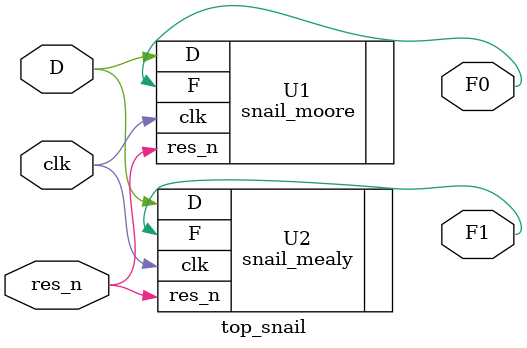
<source format=sv>
module top_snail (clk, res_n, D, F0, F1);

input logic clk, res_n, D;
output logic 		 F0, F1;

snail_moore U1 (.clk( clk ), .res_n( res_n ), .D( D ), .F( F0 ));
snail_mealy U2 (.clk( clk ), .res_n( res_n ), .D( D ), .F( F1 ));

endmodule

</source>
